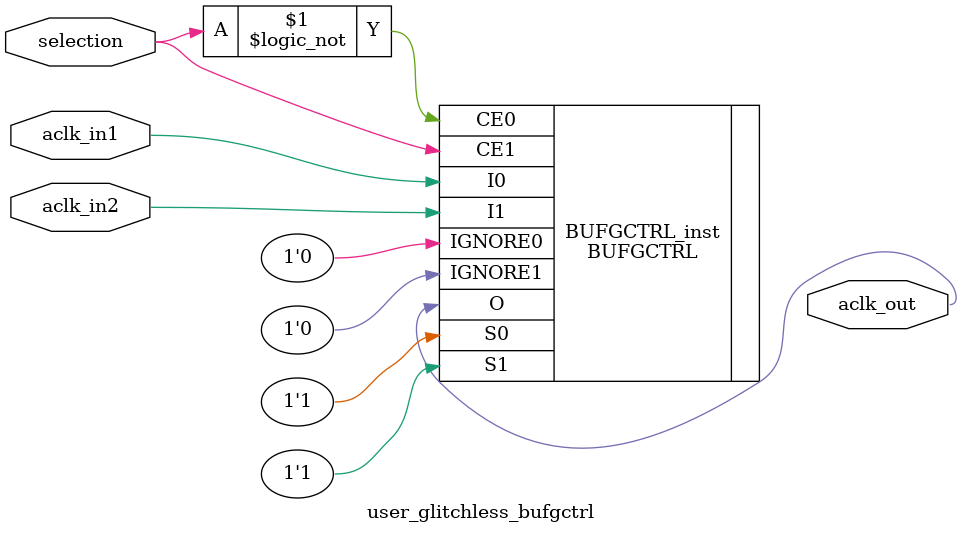
<source format=v>
`timescale 1ps / 1ps


module user_glitchless_bufgctrl(
        input   aclk_in1,
        input   aclk_in2,
        output  aclk_out,
        input   selection
    );


   // BUFGCTRL: Global Clock Control Buffer
   //           Artix-7
   // Xilinx HDL Language Template, version 2024.1

   BUFGCTRL #(
      .INIT_OUT     ( 0         ),  // Initial value of BUFGCTRL output ($VALUES;)
      .PRESELECT_I0 ( "FALSE"   ),  // BUFGCTRL output uses I0 input ($VALUES;)
      .PRESELECT_I1 ( "FALSE"   )   // BUFGCTRL output uses I1 input ($VALUES;)
   )
   BUFGCTRL_inst (
      .O        ( aclk_out      ),  // 1-bit output: Clock output
      .CE0      ( !selection    ),  // 1-bit input: Clock enable input for I0
      .CE1      ( selection     ),  // 1-bit input: Clock enable input for I1
      .I0       ( aclk_in1      ),  // 1-bit input: Primary clock
      .I1       ( aclk_in2      ),  // 1-bit input: Secondary clock
      .IGNORE0  ( 1'b0          ),  // 1-bit input: Clock ignore input for I0
      .IGNORE1  ( 1'b0          ),  // 1-bit input: Clock ignore input for I1
      .S0       ( 1'b1          ),  // 1-bit input: Clock select for I0
      .S1       ( 1'b1          )   // 1-bit input: Clock select for I1
   );

   // End of BUFGCTRL_inst instantiation


endmodule

</source>
